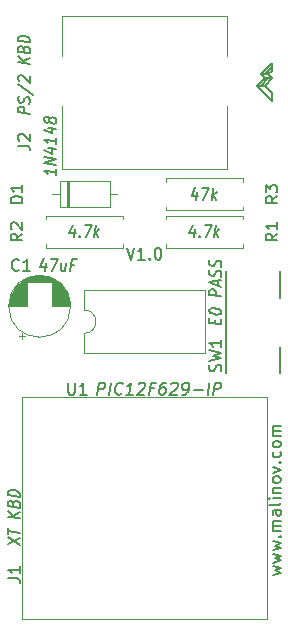
<source format=gbr>
%TF.GenerationSoftware,KiCad,Pcbnew,(6.0.2)*%
%TF.CreationDate,2025-12-01T11:41:35-08:00*%
%TF.ProjectId,ps2-xt,7073322d-7874-42e6-9b69-6361645f7063,rev?*%
%TF.SameCoordinates,Original*%
%TF.FileFunction,Legend,Top*%
%TF.FilePolarity,Positive*%
%FSLAX46Y46*%
G04 Gerber Fmt 4.6, Leading zero omitted, Abs format (unit mm)*
G04 Created by KiCad (PCBNEW (6.0.2)) date 2025-12-01 11:41:35*
%MOMM*%
%LPD*%
G01*
G04 APERTURE LIST*
%ADD10C,0.150000*%
%ADD11C,0.120000*%
G04 APERTURE END LIST*
D10*
X137223690Y-96924880D02*
X137557023Y-97924880D01*
X137890357Y-96924880D01*
X138747500Y-97924880D02*
X138176071Y-97924880D01*
X138461785Y-97924880D02*
X138461785Y-96924880D01*
X138366547Y-97067738D01*
X138271309Y-97162976D01*
X138176071Y-97210595D01*
X139176071Y-97829642D02*
X139223690Y-97877261D01*
X139176071Y-97924880D01*
X139128452Y-97877261D01*
X139176071Y-97829642D01*
X139176071Y-97924880D01*
X139842738Y-96924880D02*
X139937976Y-96924880D01*
X140033214Y-96972500D01*
X140080833Y-97020119D01*
X140128452Y-97115357D01*
X140176071Y-97305833D01*
X140176071Y-97543928D01*
X140128452Y-97734404D01*
X140080833Y-97829642D01*
X140033214Y-97877261D01*
X139937976Y-97924880D01*
X139842738Y-97924880D01*
X139747500Y-97877261D01*
X139699880Y-97829642D01*
X139652261Y-97734404D01*
X139604642Y-97543928D01*
X139604642Y-97305833D01*
X139652261Y-97115357D01*
X139699880Y-97020119D01*
X139747500Y-96972500D01*
X139842738Y-96924880D01*
X148590000Y-82232500D02*
X149542500Y-81280000D01*
X148590000Y-83185000D02*
X149225000Y-82550000D01*
X149542500Y-81915000D02*
X149225000Y-82232500D01*
X148272500Y-83185000D02*
X148907500Y-83185000D01*
X148907500Y-82550000D02*
X148590000Y-82232500D01*
X149225000Y-82232500D02*
X149542500Y-82550000D01*
X149542500Y-81280000D02*
X149542500Y-81915000D01*
X149542500Y-84455000D02*
X148272500Y-83185000D01*
X148907500Y-82550000D02*
X149542500Y-82550000D01*
X149542500Y-82550000D02*
X148907500Y-83185000D01*
X148272500Y-83185000D02*
X148907500Y-82550000D01*
X148907500Y-82232500D02*
X149542500Y-81597500D01*
X148907500Y-83185000D02*
X149542500Y-83820000D01*
X148590000Y-82232500D02*
X149225000Y-82232500D01*
X149542500Y-83820000D02*
X149542500Y-84455000D01*
X149594914Y-124619542D02*
X150261580Y-124429066D01*
X149785390Y-124238590D01*
X150261580Y-124048114D01*
X149594914Y-123857638D01*
X149594914Y-123571923D02*
X150261580Y-123381447D01*
X149785390Y-123190971D01*
X150261580Y-123000495D01*
X149594914Y-122810019D01*
X149594914Y-122524304D02*
X150261580Y-122333828D01*
X149785390Y-122143352D01*
X150261580Y-121952876D01*
X149594914Y-121762400D01*
X150166342Y-121381447D02*
X150213961Y-121333828D01*
X150261580Y-121381447D01*
X150213961Y-121429066D01*
X150166342Y-121381447D01*
X150261580Y-121381447D01*
X150261580Y-120905257D02*
X149594914Y-120905257D01*
X149690152Y-120905257D02*
X149642533Y-120857638D01*
X149594914Y-120762400D01*
X149594914Y-120619542D01*
X149642533Y-120524304D01*
X149737771Y-120476685D01*
X150261580Y-120476685D01*
X149737771Y-120476685D02*
X149642533Y-120429066D01*
X149594914Y-120333828D01*
X149594914Y-120190971D01*
X149642533Y-120095733D01*
X149737771Y-120048114D01*
X150261580Y-120048114D01*
X150261580Y-119143352D02*
X149737771Y-119143352D01*
X149642533Y-119190971D01*
X149594914Y-119286209D01*
X149594914Y-119476685D01*
X149642533Y-119571923D01*
X150213961Y-119143352D02*
X150261580Y-119238590D01*
X150261580Y-119476685D01*
X150213961Y-119571923D01*
X150118723Y-119619542D01*
X150023485Y-119619542D01*
X149928247Y-119571923D01*
X149880628Y-119476685D01*
X149880628Y-119238590D01*
X149833009Y-119143352D01*
X150261580Y-118524304D02*
X150213961Y-118619542D01*
X150118723Y-118667161D01*
X149261580Y-118667161D01*
X150261580Y-118143352D02*
X149594914Y-118143352D01*
X149261580Y-118143352D02*
X149309200Y-118190971D01*
X149356819Y-118143352D01*
X149309200Y-118095733D01*
X149261580Y-118143352D01*
X149356819Y-118143352D01*
X149594914Y-117667161D02*
X150261580Y-117667161D01*
X149690152Y-117667161D02*
X149642533Y-117619542D01*
X149594914Y-117524304D01*
X149594914Y-117381447D01*
X149642533Y-117286209D01*
X149737771Y-117238590D01*
X150261580Y-117238590D01*
X150261580Y-116619542D02*
X150213961Y-116714780D01*
X150166342Y-116762400D01*
X150071104Y-116810019D01*
X149785390Y-116810019D01*
X149690152Y-116762400D01*
X149642533Y-116714780D01*
X149594914Y-116619542D01*
X149594914Y-116476685D01*
X149642533Y-116381447D01*
X149690152Y-116333828D01*
X149785390Y-116286209D01*
X150071104Y-116286209D01*
X150166342Y-116333828D01*
X150213961Y-116381447D01*
X150261580Y-116476685D01*
X150261580Y-116619542D01*
X149594914Y-115952876D02*
X150261580Y-115714780D01*
X149594914Y-115476685D01*
X150166342Y-115095733D02*
X150213961Y-115048114D01*
X150261580Y-115095733D01*
X150213961Y-115143352D01*
X150166342Y-115095733D01*
X150261580Y-115095733D01*
X150213961Y-114190971D02*
X150261580Y-114286209D01*
X150261580Y-114476685D01*
X150213961Y-114571923D01*
X150166342Y-114619542D01*
X150071104Y-114667161D01*
X149785390Y-114667161D01*
X149690152Y-114619542D01*
X149642533Y-114571923D01*
X149594914Y-114476685D01*
X149594914Y-114286209D01*
X149642533Y-114190971D01*
X150261580Y-113619542D02*
X150213961Y-113714780D01*
X150166342Y-113762400D01*
X150071104Y-113810019D01*
X149785390Y-113810019D01*
X149690152Y-113762400D01*
X149642533Y-113714780D01*
X149594914Y-113619542D01*
X149594914Y-113476685D01*
X149642533Y-113381447D01*
X149690152Y-113333828D01*
X149785390Y-113286209D01*
X150071104Y-113286209D01*
X150166342Y-113333828D01*
X150213961Y-113381447D01*
X150261580Y-113476685D01*
X150261580Y-113619542D01*
X150261580Y-112857638D02*
X149594914Y-112857638D01*
X149690152Y-112857638D02*
X149642533Y-112810019D01*
X149594914Y-112714780D01*
X149594914Y-112571923D01*
X149642533Y-112476685D01*
X149737771Y-112429066D01*
X150261580Y-112429066D01*
X149737771Y-112429066D02*
X149642533Y-112381447D01*
X149594914Y-112286209D01*
X149594914Y-112143352D01*
X149642533Y-112048114D01*
X149737771Y-112000495D01*
X150261580Y-112000495D01*
%TO.C,J2*%
X128039880Y-88280833D02*
X128754166Y-88280833D01*
X128897023Y-88328452D01*
X128992261Y-88423690D01*
X129039880Y-88566547D01*
X129039880Y-88661785D01*
X128135119Y-87852261D02*
X128087500Y-87804642D01*
X128039880Y-87709404D01*
X128039880Y-87471309D01*
X128087500Y-87376071D01*
X128135119Y-87328452D01*
X128230357Y-87280833D01*
X128325595Y-87280833D01*
X128468452Y-87328452D01*
X129039880Y-87899880D01*
X129039880Y-87280833D01*
X129039880Y-85584315D02*
X128039880Y-85459315D01*
X128039880Y-85116458D01*
X128087500Y-85036696D01*
X128135119Y-84999791D01*
X128230357Y-84968839D01*
X128373214Y-84986696D01*
X128468452Y-85041458D01*
X128516071Y-85090267D01*
X128563690Y-85181934D01*
X128563690Y-85524791D01*
X128992261Y-84721220D02*
X129039880Y-84598601D01*
X129039880Y-84384315D01*
X128992261Y-84292648D01*
X128944642Y-84243839D01*
X128849404Y-84189077D01*
X128754166Y-84177172D01*
X128658928Y-84208125D01*
X128611309Y-84245029D01*
X128563690Y-84324791D01*
X128516071Y-84490267D01*
X128468452Y-84570029D01*
X128420833Y-84606934D01*
X128325595Y-84637886D01*
X128230357Y-84625982D01*
X128135119Y-84571220D01*
X128087500Y-84522410D01*
X128039880Y-84430744D01*
X128039880Y-84216458D01*
X128087500Y-84093839D01*
X127992261Y-83053363D02*
X129277976Y-83985505D01*
X128135119Y-82814077D02*
X128087500Y-82765267D01*
X128039880Y-82673601D01*
X128039880Y-82459315D01*
X128087500Y-82379553D01*
X128135119Y-82342648D01*
X128230357Y-82311696D01*
X128325595Y-82323601D01*
X128468452Y-82384315D01*
X129039880Y-82970029D01*
X129039880Y-82412886D01*
X129039880Y-81341458D02*
X128039880Y-81216458D01*
X129039880Y-80827172D02*
X128468452Y-81141458D01*
X128039880Y-80702172D02*
X128611309Y-81287886D01*
X128516071Y-80075982D02*
X128563690Y-79953363D01*
X128611309Y-79916458D01*
X128706547Y-79885505D01*
X128849404Y-79903363D01*
X128944642Y-79958125D01*
X128992261Y-80006934D01*
X129039880Y-80098601D01*
X129039880Y-80441458D01*
X128039880Y-80316458D01*
X128039880Y-80016458D01*
X128087500Y-79936696D01*
X128135119Y-79899791D01*
X128230357Y-79868839D01*
X128325595Y-79880744D01*
X128420833Y-79935505D01*
X128468452Y-79984315D01*
X128516071Y-80075982D01*
X128516071Y-80375982D01*
X129039880Y-79541458D02*
X128039880Y-79416458D01*
X128039880Y-79202172D01*
X128087500Y-79079553D01*
X128182738Y-79005744D01*
X128277976Y-78974791D01*
X128468452Y-78955744D01*
X128611309Y-78973601D01*
X128801785Y-79040267D01*
X128897023Y-79095029D01*
X128992261Y-79192648D01*
X129039880Y-79327172D01*
X129039880Y-79541458D01*
%TO.C,R3*%
X149994880Y-92559166D02*
X149518690Y-92892500D01*
X149994880Y-93130595D02*
X148994880Y-93130595D01*
X148994880Y-92749642D01*
X149042500Y-92654404D01*
X149090119Y-92606785D01*
X149185357Y-92559166D01*
X149328214Y-92559166D01*
X149423452Y-92606785D01*
X149471071Y-92654404D01*
X149518690Y-92749642D01*
X149518690Y-93130595D01*
X148994880Y-92225833D02*
X148994880Y-91606785D01*
X149375833Y-91940119D01*
X149375833Y-91797261D01*
X149423452Y-91702023D01*
X149471071Y-91654404D01*
X149566309Y-91606785D01*
X149804404Y-91606785D01*
X149899642Y-91654404D01*
X149947261Y-91702023D01*
X149994880Y-91797261D01*
X149994880Y-92082976D01*
X149947261Y-92178214D01*
X149899642Y-92225833D01*
X143194732Y-92178214D02*
X143111398Y-92844880D01*
X143028065Y-91797261D02*
X142724494Y-92511547D01*
X143281636Y-92511547D01*
X143622113Y-91844880D02*
X144222113Y-91844880D01*
X143711398Y-92844880D01*
X144439970Y-92844880D02*
X144564970Y-91844880D01*
X144573303Y-92463928D02*
X144782827Y-92844880D01*
X144866160Y-92178214D02*
X144475684Y-92559166D01*
%TO.C,C1*%
X128103333Y-98782142D02*
X128055714Y-98829761D01*
X127912857Y-98877380D01*
X127817619Y-98877380D01*
X127674761Y-98829761D01*
X127579523Y-98734523D01*
X127531904Y-98639285D01*
X127484285Y-98448809D01*
X127484285Y-98305952D01*
X127531904Y-98115476D01*
X127579523Y-98020238D01*
X127674761Y-97925000D01*
X127817619Y-97877380D01*
X127912857Y-97877380D01*
X128055714Y-97925000D01*
X128103333Y-97972619D01*
X129055714Y-98877380D02*
X128484285Y-98877380D01*
X128770000Y-98877380D02*
X128770000Y-97877380D01*
X128674761Y-98020238D01*
X128579523Y-98115476D01*
X128484285Y-98163095D01*
X130383660Y-98210714D02*
X130300327Y-98877380D01*
X130216994Y-97829761D02*
X129913422Y-98544047D01*
X130470565Y-98544047D01*
X130811041Y-97877380D02*
X131411041Y-97877380D01*
X130900327Y-98877380D01*
X132097946Y-98210714D02*
X132014613Y-98877380D01*
X131712232Y-98210714D02*
X131646755Y-98734523D01*
X131677708Y-98829761D01*
X131757470Y-98877380D01*
X131886041Y-98877380D01*
X131977708Y-98829761D01*
X132026517Y-98782142D01*
X132808660Y-98353571D02*
X132508660Y-98353571D01*
X132443184Y-98877380D02*
X132568184Y-97877380D01*
X132996755Y-97877380D01*
%TO.C,U1*%
X132270595Y-108354880D02*
X132270595Y-109164404D01*
X132318214Y-109259642D01*
X132365833Y-109307261D01*
X132461071Y-109354880D01*
X132651547Y-109354880D01*
X132746785Y-109307261D01*
X132794404Y-109259642D01*
X132842023Y-109164404D01*
X132842023Y-108354880D01*
X133842023Y-109354880D02*
X133270595Y-109354880D01*
X133556309Y-109354880D02*
X133556309Y-108354880D01*
X133461071Y-108497738D01*
X133365833Y-108592976D01*
X133270595Y-108640595D01*
X134756160Y-109354880D02*
X134881160Y-108354880D01*
X135262113Y-108354880D01*
X135351398Y-108402500D01*
X135393065Y-108450119D01*
X135428779Y-108545357D01*
X135410922Y-108688214D01*
X135351398Y-108783452D01*
X135297827Y-108831071D01*
X135196636Y-108878690D01*
X134815684Y-108878690D01*
X135756160Y-109354880D02*
X135881160Y-108354880D01*
X136815684Y-109259642D02*
X136762113Y-109307261D01*
X136613303Y-109354880D01*
X136518065Y-109354880D01*
X136381160Y-109307261D01*
X136297827Y-109212023D01*
X136262113Y-109116785D01*
X136238303Y-108926309D01*
X136256160Y-108783452D01*
X136327589Y-108592976D01*
X136387113Y-108497738D01*
X136494255Y-108402500D01*
X136643065Y-108354880D01*
X136738303Y-108354880D01*
X136875208Y-108402500D01*
X136916875Y-108450119D01*
X137756160Y-109354880D02*
X137184732Y-109354880D01*
X137470446Y-109354880D02*
X137595446Y-108354880D01*
X137482351Y-108497738D01*
X137375208Y-108592976D01*
X137274017Y-108640595D01*
X138250208Y-108450119D02*
X138303779Y-108402500D01*
X138404970Y-108354880D01*
X138643065Y-108354880D01*
X138732351Y-108402500D01*
X138774017Y-108450119D01*
X138809732Y-108545357D01*
X138797827Y-108640595D01*
X138732351Y-108783452D01*
X138089494Y-109354880D01*
X138708541Y-109354880D01*
X139535922Y-108831071D02*
X139202589Y-108831071D01*
X139137113Y-109354880D02*
X139262113Y-108354880D01*
X139738303Y-108354880D01*
X140547827Y-108354880D02*
X140357351Y-108354880D01*
X140256160Y-108402500D01*
X140202589Y-108450119D01*
X140089494Y-108592976D01*
X140018065Y-108783452D01*
X139970446Y-109164404D01*
X140006160Y-109259642D01*
X140047827Y-109307261D01*
X140137113Y-109354880D01*
X140327589Y-109354880D01*
X140428779Y-109307261D01*
X140482351Y-109259642D01*
X140541875Y-109164404D01*
X140571636Y-108926309D01*
X140535922Y-108831071D01*
X140494255Y-108783452D01*
X140404970Y-108735833D01*
X140214494Y-108735833D01*
X140113303Y-108783452D01*
X140059732Y-108831071D01*
X140000208Y-108926309D01*
X141012113Y-108450119D02*
X141065684Y-108402500D01*
X141166875Y-108354880D01*
X141404970Y-108354880D01*
X141494255Y-108402500D01*
X141535922Y-108450119D01*
X141571636Y-108545357D01*
X141559732Y-108640595D01*
X141494255Y-108783452D01*
X140851398Y-109354880D01*
X141470446Y-109354880D01*
X141946636Y-109354880D02*
X142137113Y-109354880D01*
X142238303Y-109307261D01*
X142291875Y-109259642D01*
X142404970Y-109116785D01*
X142476398Y-108926309D01*
X142524017Y-108545357D01*
X142488303Y-108450119D01*
X142446636Y-108402500D01*
X142357351Y-108354880D01*
X142166875Y-108354880D01*
X142065684Y-108402500D01*
X142012113Y-108450119D01*
X141952589Y-108545357D01*
X141922827Y-108783452D01*
X141958541Y-108878690D01*
X142000208Y-108926309D01*
X142089494Y-108973928D01*
X142279970Y-108973928D01*
X142381160Y-108926309D01*
X142434732Y-108878690D01*
X142494255Y-108783452D01*
X142899017Y-108973928D02*
X143660922Y-108973928D01*
X144089494Y-109354880D02*
X144214494Y-108354880D01*
X144565684Y-109354880D02*
X144690684Y-108354880D01*
X145071636Y-108354880D01*
X145160922Y-108402500D01*
X145202589Y-108450119D01*
X145238303Y-108545357D01*
X145220446Y-108688214D01*
X145160922Y-108783452D01*
X145107351Y-108831071D01*
X145006160Y-108878690D01*
X144625208Y-108878690D01*
%TO.C,D1*%
X128404880Y-93130595D02*
X127404880Y-93130595D01*
X127404880Y-92892500D01*
X127452500Y-92749642D01*
X127547738Y-92654404D01*
X127642976Y-92606785D01*
X127833452Y-92559166D01*
X127976309Y-92559166D01*
X128166785Y-92606785D01*
X128262023Y-92654404D01*
X128357261Y-92749642D01*
X128404880Y-92892500D01*
X128404880Y-93130595D01*
X128404880Y-91606785D02*
X128404880Y-92178214D01*
X128404880Y-91892500D02*
X127404880Y-91892500D01*
X127547738Y-91987738D01*
X127642976Y-92082976D01*
X127690595Y-92178214D01*
X131262380Y-90288244D02*
X131262380Y-90802529D01*
X131262380Y-90545386D02*
X130262380Y-90420386D01*
X130405238Y-90523958D01*
X130500476Y-90621577D01*
X130548095Y-90713244D01*
X131262380Y-89902529D02*
X130262380Y-89777529D01*
X131262380Y-89388244D01*
X130262380Y-89263244D01*
X130595714Y-88490625D02*
X131262380Y-88573958D01*
X130214761Y-88657291D02*
X130929047Y-88960863D01*
X130929047Y-88403720D01*
X131262380Y-87631101D02*
X131262380Y-88145386D01*
X131262380Y-87888244D02*
X130262380Y-87763244D01*
X130405238Y-87866815D01*
X130500476Y-87964434D01*
X130548095Y-88056101D01*
X130595714Y-86776339D02*
X131262380Y-86859672D01*
X130214761Y-86943005D02*
X130929047Y-87246577D01*
X130929047Y-86689434D01*
X130690952Y-86188244D02*
X130643333Y-86268005D01*
X130595714Y-86304910D01*
X130500476Y-86335863D01*
X130452857Y-86329910D01*
X130357619Y-86275148D01*
X130310000Y-86226339D01*
X130262380Y-86134672D01*
X130262380Y-85963244D01*
X130310000Y-85883482D01*
X130357619Y-85846577D01*
X130452857Y-85815625D01*
X130500476Y-85821577D01*
X130595714Y-85876339D01*
X130643333Y-85925148D01*
X130690952Y-86016815D01*
X130690952Y-86188244D01*
X130738571Y-86279910D01*
X130786190Y-86328720D01*
X130881428Y-86383482D01*
X131071904Y-86407291D01*
X131167142Y-86376339D01*
X131214761Y-86339434D01*
X131262380Y-86259672D01*
X131262380Y-86088244D01*
X131214761Y-85996577D01*
X131167142Y-85947767D01*
X131071904Y-85893005D01*
X130881428Y-85869196D01*
X130786190Y-85900148D01*
X130738571Y-85937053D01*
X130690952Y-86016815D01*
%TO.C,SW1*%
X145184761Y-107378333D02*
X145232380Y-107235476D01*
X145232380Y-106997380D01*
X145184761Y-106902142D01*
X145137142Y-106854523D01*
X145041904Y-106806904D01*
X144946666Y-106806904D01*
X144851428Y-106854523D01*
X144803809Y-106902142D01*
X144756190Y-106997380D01*
X144708571Y-107187857D01*
X144660952Y-107283095D01*
X144613333Y-107330714D01*
X144518095Y-107378333D01*
X144422857Y-107378333D01*
X144327619Y-107330714D01*
X144280000Y-107283095D01*
X144232380Y-107187857D01*
X144232380Y-106949761D01*
X144280000Y-106806904D01*
X144232380Y-106473571D02*
X145232380Y-106235476D01*
X144518095Y-106045000D01*
X145232380Y-105854523D01*
X144232380Y-105616428D01*
X145232380Y-104711666D02*
X145232380Y-105283095D01*
X145232380Y-104997380D02*
X144232380Y-104997380D01*
X144375238Y-105092619D01*
X144470476Y-105187857D01*
X144518095Y-105283095D01*
X144708571Y-103333839D02*
X144708571Y-103033839D01*
X145232380Y-102970744D02*
X145232380Y-103399315D01*
X144232380Y-103274315D01*
X144232380Y-102845744D01*
X144232380Y-102288601D02*
X144232380Y-102202886D01*
X144280000Y-102123125D01*
X144327619Y-102086220D01*
X144422857Y-102055267D01*
X144613333Y-102036220D01*
X144851428Y-102065982D01*
X145041904Y-102132648D01*
X145137142Y-102187410D01*
X145184761Y-102236220D01*
X145232380Y-102327886D01*
X145232380Y-102413601D01*
X145184761Y-102493363D01*
X145137142Y-102530267D01*
X145041904Y-102561220D01*
X144851428Y-102580267D01*
X144613333Y-102550505D01*
X144422857Y-102483839D01*
X144327619Y-102429077D01*
X144280000Y-102380267D01*
X144232380Y-102288601D01*
X145232380Y-101042172D02*
X144232380Y-100917172D01*
X144232380Y-100574315D01*
X144280000Y-100494553D01*
X144327619Y-100457648D01*
X144422857Y-100426696D01*
X144565714Y-100444553D01*
X144660952Y-100499315D01*
X144708571Y-100548125D01*
X144756190Y-100639791D01*
X144756190Y-100982648D01*
X144946666Y-100149315D02*
X144946666Y-99720744D01*
X145232380Y-100270744D02*
X144232380Y-99845744D01*
X145232380Y-99670744D01*
X145184761Y-99407648D02*
X145232380Y-99285029D01*
X145232380Y-99070744D01*
X145184761Y-98979077D01*
X145137142Y-98930267D01*
X145041904Y-98875505D01*
X144946666Y-98863601D01*
X144851428Y-98894553D01*
X144803809Y-98931458D01*
X144756190Y-99011220D01*
X144708571Y-99176696D01*
X144660952Y-99256458D01*
X144613333Y-99293363D01*
X144518095Y-99324315D01*
X144422857Y-99312410D01*
X144327619Y-99257648D01*
X144280000Y-99208839D01*
X144232380Y-99117172D01*
X144232380Y-98902886D01*
X144280000Y-98780267D01*
X145184761Y-98550505D02*
X145232380Y-98427886D01*
X145232380Y-98213601D01*
X145184761Y-98121934D01*
X145137142Y-98073125D01*
X145041904Y-98018363D01*
X144946666Y-98006458D01*
X144851428Y-98037410D01*
X144803809Y-98074315D01*
X144756190Y-98154077D01*
X144708571Y-98319553D01*
X144660952Y-98399315D01*
X144613333Y-98436220D01*
X144518095Y-98467172D01*
X144422857Y-98455267D01*
X144327619Y-98400505D01*
X144280000Y-98351696D01*
X144232380Y-98260029D01*
X144232380Y-98045744D01*
X144280000Y-97923125D01*
%TO.C,R1*%
X149994880Y-95734166D02*
X149518690Y-96067500D01*
X149994880Y-96305595D02*
X148994880Y-96305595D01*
X148994880Y-95924642D01*
X149042500Y-95829404D01*
X149090119Y-95781785D01*
X149185357Y-95734166D01*
X149328214Y-95734166D01*
X149423452Y-95781785D01*
X149471071Y-95829404D01*
X149518690Y-95924642D01*
X149518690Y-96305595D01*
X149994880Y-94781785D02*
X149994880Y-95353214D01*
X149994880Y-95067500D02*
X148994880Y-95067500D01*
X149137738Y-95162738D01*
X149232976Y-95257976D01*
X149280595Y-95353214D01*
X142980446Y-95353214D02*
X142897113Y-96019880D01*
X142813779Y-94972261D02*
X142510208Y-95686547D01*
X143067351Y-95686547D01*
X143380446Y-95924642D02*
X143417351Y-95972261D01*
X143368541Y-96019880D01*
X143331636Y-95972261D01*
X143380446Y-95924642D01*
X143368541Y-96019880D01*
X143836398Y-95019880D02*
X144436398Y-95019880D01*
X143925684Y-96019880D01*
X144654255Y-96019880D02*
X144779255Y-95019880D01*
X144787589Y-95638928D02*
X144997113Y-96019880D01*
X145080446Y-95353214D02*
X144689970Y-95734166D01*
%TO.C,J1*%
X127214380Y-124894933D02*
X127928666Y-124894933D01*
X128071523Y-124942552D01*
X128166761Y-125037790D01*
X128214380Y-125180647D01*
X128214380Y-125275885D01*
X128214380Y-123894933D02*
X128214380Y-124466361D01*
X128214380Y-124180647D02*
X127214380Y-124180647D01*
X127357238Y-124275885D01*
X127452476Y-124371123D01*
X127500095Y-124466361D01*
X127163580Y-122002886D02*
X128163580Y-121527886D01*
X127163580Y-121402886D02*
X128163580Y-122127886D01*
X127163580Y-121188601D02*
X127163580Y-120674315D01*
X128163580Y-121056458D02*
X127163580Y-120931458D01*
X128163580Y-119813601D02*
X127163580Y-119688601D01*
X128163580Y-119299315D02*
X127592152Y-119613601D01*
X127163580Y-119174315D02*
X127735009Y-119760029D01*
X127639771Y-118548125D02*
X127687390Y-118425505D01*
X127735009Y-118388601D01*
X127830247Y-118357648D01*
X127973104Y-118375505D01*
X128068342Y-118430267D01*
X128115961Y-118479077D01*
X128163580Y-118570744D01*
X128163580Y-118913601D01*
X127163580Y-118788601D01*
X127163580Y-118488601D01*
X127211200Y-118408839D01*
X127258819Y-118371934D01*
X127354057Y-118340982D01*
X127449295Y-118352886D01*
X127544533Y-118407648D01*
X127592152Y-118456458D01*
X127639771Y-118548125D01*
X127639771Y-118848125D01*
X128163580Y-118013601D02*
X127163580Y-117888601D01*
X127163580Y-117674315D01*
X127211200Y-117551696D01*
X127306438Y-117477886D01*
X127401676Y-117446934D01*
X127592152Y-117427886D01*
X127735009Y-117445744D01*
X127925485Y-117512410D01*
X128020723Y-117567172D01*
X128115961Y-117664791D01*
X128163580Y-117799315D01*
X128163580Y-118013601D01*
%TO.C,R2*%
X128404880Y-95734166D02*
X127928690Y-96067500D01*
X128404880Y-96305595D02*
X127404880Y-96305595D01*
X127404880Y-95924642D01*
X127452500Y-95829404D01*
X127500119Y-95781785D01*
X127595357Y-95734166D01*
X127738214Y-95734166D01*
X127833452Y-95781785D01*
X127881071Y-95829404D01*
X127928690Y-95924642D01*
X127928690Y-96305595D01*
X127500119Y-95353214D02*
X127452500Y-95305595D01*
X127404880Y-95210357D01*
X127404880Y-94972261D01*
X127452500Y-94877023D01*
X127500119Y-94829404D01*
X127595357Y-94781785D01*
X127690595Y-94781785D01*
X127833452Y-94829404D01*
X128404880Y-95400833D01*
X128404880Y-94781785D01*
X132820446Y-95353214D02*
X132737113Y-96019880D01*
X132653779Y-94972261D02*
X132350208Y-95686547D01*
X132907351Y-95686547D01*
X133220446Y-95924642D02*
X133257351Y-95972261D01*
X133208541Y-96019880D01*
X133171636Y-95972261D01*
X133220446Y-95924642D01*
X133208541Y-96019880D01*
X133676398Y-95019880D02*
X134276398Y-95019880D01*
X133765684Y-96019880D01*
X134494255Y-96019880D02*
X134619255Y-95019880D01*
X134627589Y-95638928D02*
X134837113Y-96019880D01*
X134920446Y-95353214D02*
X134529970Y-95734166D01*
D11*
%TO.C,J2*%
X145747500Y-90293280D02*
X131747500Y-90293280D01*
X145747500Y-90293280D02*
X145747500Y-84893280D01*
X131747500Y-77293280D02*
X131747500Y-80693280D01*
X131747500Y-77293280D02*
X145747500Y-77293280D01*
X131747500Y-90293280D02*
X131747500Y-84893280D01*
X145747500Y-77293280D02*
X145747500Y-80693280D01*
%TO.C,R3*%
X140557500Y-93762500D02*
X140557500Y-93432500D01*
X147097500Y-93432500D02*
X147097500Y-93762500D01*
X147097500Y-93762500D02*
X140557500Y-93762500D01*
X147097500Y-91352500D02*
X147097500Y-91022500D01*
X147097500Y-91022500D02*
X140557500Y-91022500D01*
X140557500Y-91022500D02*
X140557500Y-91352500D01*
%TO.C,C1*%
X127346500Y-101272612D02*
X128817500Y-101272612D01*
X127853500Y-100231612D02*
X128817500Y-100231612D01*
X130897500Y-100791612D02*
X132205500Y-100791612D01*
X127610500Y-100591612D02*
X128817500Y-100591612D01*
X127633500Y-100551612D02*
X128817500Y-100551612D01*
X128303500Y-99791612D02*
X131411500Y-99791612D01*
X129339500Y-99311612D02*
X130375500Y-99311612D01*
X127277500Y-101872612D02*
X128817500Y-101872612D01*
X127509500Y-100791612D02*
X128817500Y-100791612D01*
X130897500Y-100031612D02*
X131683500Y-100031612D01*
X127377500Y-101151612D02*
X128817500Y-101151612D01*
X130897500Y-100191612D02*
X131828500Y-100191612D01*
X127366500Y-101192612D02*
X128817500Y-101192612D01*
X128357500Y-99751612D02*
X131357500Y-99751612D01*
X130897500Y-101552612D02*
X132418500Y-101552612D01*
X130897500Y-100351612D02*
X131952500Y-100351612D01*
X130897500Y-100911612D02*
X132255500Y-100911612D01*
X130897500Y-100391612D02*
X131979500Y-100391612D01*
X128114500Y-99951612D02*
X128817500Y-99951612D01*
X130897500Y-100751612D02*
X132186500Y-100751612D01*
X127321500Y-101392612D02*
X128817500Y-101392612D01*
X128031500Y-100031612D02*
X128817500Y-100031612D01*
X130897500Y-101232612D02*
X132358500Y-101232612D01*
X130897500Y-99991612D02*
X131642500Y-99991612D01*
X130897500Y-101672612D02*
X132430500Y-101672612D01*
X130897500Y-101272612D02*
X132368500Y-101272612D01*
X130897500Y-100071612D02*
X131721500Y-100071612D01*
X130897500Y-101872612D02*
X132437500Y-101872612D01*
X130897500Y-100991612D02*
X132285500Y-100991612D01*
X130897500Y-101071612D02*
X132312500Y-101071612D01*
X130897500Y-101151612D02*
X132337500Y-101151612D01*
X130897500Y-100151612D02*
X131794500Y-100151612D01*
X130897500Y-100671612D02*
X132147500Y-100671612D01*
X128252500Y-99831612D02*
X131462500Y-99831612D01*
X130897500Y-101712612D02*
X132433500Y-101712612D01*
X130897500Y-100711612D02*
X132167500Y-100711612D01*
X127762500Y-100351612D02*
X128817500Y-100351612D01*
X127956500Y-100111612D02*
X128817500Y-100111612D01*
X130897500Y-101312612D02*
X132377500Y-101312612D01*
X130897500Y-99911612D02*
X131556500Y-99911612D01*
X127278500Y-101792612D02*
X128817500Y-101792612D01*
X128474500Y-99671612D02*
X131240500Y-99671612D01*
X130897500Y-101111612D02*
X132325500Y-101111612D01*
X130897500Y-100311612D02*
X131922500Y-100311612D01*
X127301500Y-101512612D02*
X128817500Y-101512612D01*
X130897500Y-100591612D02*
X132104500Y-100591612D01*
X127735500Y-100391612D02*
X128817500Y-100391612D01*
X127682500Y-100471612D02*
X128817500Y-100471612D01*
X130897500Y-100551612D02*
X132081500Y-100551612D01*
X130897500Y-100831612D02*
X132222500Y-100831612D01*
X130897500Y-100111612D02*
X131758500Y-100111612D01*
X128072500Y-99991612D02*
X128817500Y-99991612D01*
X128414500Y-99711612D02*
X131300500Y-99711612D01*
X130897500Y-101192612D02*
X132348500Y-101192612D01*
X130897500Y-101792612D02*
X132436500Y-101792612D01*
X130897500Y-100271612D02*
X131892500Y-100271612D01*
X127459500Y-100911612D02*
X128817500Y-100911612D01*
X127402500Y-101071612D02*
X128817500Y-101071612D01*
X130897500Y-101392612D02*
X132393500Y-101392612D01*
X128132500Y-104427387D02*
X128632500Y-104427387D01*
X130897500Y-101031612D02*
X132299500Y-101031612D01*
X127281500Y-101712612D02*
X128817500Y-101712612D01*
X128759500Y-99511612D02*
X130955500Y-99511612D01*
X128679500Y-99551612D02*
X131035500Y-99551612D01*
X130897500Y-101752612D02*
X132435500Y-101752612D01*
X127886500Y-100191612D02*
X128817500Y-100191612D01*
X127443500Y-100951612D02*
X128817500Y-100951612D01*
X127708500Y-100431612D02*
X128817500Y-100431612D01*
X130897500Y-101592612D02*
X132422500Y-101592612D01*
X127547500Y-100711612D02*
X128817500Y-100711612D01*
X127528500Y-100751612D02*
X128817500Y-100751612D01*
X130897500Y-100431612D02*
X132006500Y-100431612D01*
X129052500Y-99391612D02*
X130662500Y-99391612D01*
X127307500Y-101472612D02*
X128817500Y-101472612D01*
X128538500Y-99631612D02*
X131176500Y-99631612D01*
X127589500Y-100631612D02*
X128817500Y-100631612D01*
X127356500Y-101232612D02*
X128817500Y-101232612D01*
X129573500Y-99271612D02*
X130141500Y-99271612D01*
X127492500Y-100831612D02*
X128817500Y-100831612D01*
X130897500Y-100471612D02*
X132032500Y-100471612D01*
X130897500Y-101352612D02*
X132385500Y-101352612D01*
X129180500Y-99351612D02*
X130534500Y-99351612D01*
X130897500Y-101632612D02*
X132426500Y-101632612D01*
X127337500Y-101312612D02*
X128817500Y-101312612D01*
X127292500Y-101592612D02*
X128817500Y-101592612D01*
X127792500Y-100311612D02*
X128817500Y-100311612D01*
X127314500Y-101432612D02*
X128817500Y-101432612D01*
X128204500Y-99871612D02*
X128817500Y-99871612D01*
X127993500Y-100071612D02*
X128817500Y-100071612D01*
X130897500Y-100511612D02*
X132057500Y-100511612D01*
X127475500Y-100871612D02*
X128817500Y-100871612D01*
X128846500Y-99471612D02*
X130868500Y-99471612D01*
X127288500Y-101632612D02*
X128817500Y-101632612D01*
X127429500Y-100991612D02*
X128817500Y-100991612D01*
X130897500Y-100231612D02*
X131861500Y-100231612D01*
X128158500Y-99911612D02*
X128817500Y-99911612D01*
X130897500Y-101832612D02*
X132437500Y-101832612D01*
X128606500Y-99591612D02*
X131108500Y-99591612D01*
X128382500Y-104677387D02*
X128382500Y-104177387D01*
X127567500Y-100671612D02*
X128817500Y-100671612D01*
X130897500Y-99871612D02*
X131510500Y-99871612D01*
X128942500Y-99431612D02*
X130772500Y-99431612D01*
X127822500Y-100271612D02*
X128817500Y-100271612D01*
X130897500Y-100951612D02*
X132271500Y-100951612D01*
X127277500Y-101832612D02*
X128817500Y-101832612D01*
X130897500Y-99951612D02*
X131600500Y-99951612D01*
X127389500Y-101111612D02*
X128817500Y-101111612D01*
X130897500Y-100871612D02*
X132239500Y-100871612D01*
X130897500Y-101512612D02*
X132413500Y-101512612D01*
X127279500Y-101752612D02*
X128817500Y-101752612D01*
X130897500Y-101472612D02*
X132407500Y-101472612D01*
X127657500Y-100511612D02*
X128817500Y-100511612D01*
X127329500Y-101352612D02*
X128817500Y-101352612D01*
X127415500Y-101031612D02*
X128817500Y-101031612D01*
X130897500Y-100631612D02*
X132125500Y-100631612D01*
X127284500Y-101672612D02*
X128817500Y-101672612D01*
X130897500Y-101432612D02*
X132400500Y-101432612D01*
X127296500Y-101552612D02*
X128817500Y-101552612D01*
X127920500Y-100151612D02*
X128817500Y-100151612D01*
X132477500Y-101872612D02*
G75*
G03*
X132477500Y-101872612I-2620000J0D01*
G01*
%TO.C,U1*%
X133617500Y-100527500D02*
X133617500Y-102177500D01*
X143897500Y-105827500D02*
X143897500Y-100527500D01*
X143897500Y-100527500D02*
X133617500Y-100527500D01*
X133617500Y-104177500D02*
X133617500Y-105827500D01*
X133617500Y-105827500D02*
X143897500Y-105827500D01*
X133617500Y-104177500D02*
G75*
G03*
X133617500Y-102177500I0J1000000D01*
G01*
%TO.C,D1*%
X132147500Y-91272500D02*
X132147500Y-93512500D01*
X131547500Y-93512500D02*
X135787500Y-93512500D01*
X132387500Y-91272500D02*
X132387500Y-93512500D01*
X135787500Y-93512500D02*
X135787500Y-91272500D01*
X135787500Y-91272500D02*
X131547500Y-91272500D01*
X131547500Y-91272500D02*
X131547500Y-93512500D01*
X132267500Y-91272500D02*
X132267500Y-93512500D01*
X136437500Y-92392500D02*
X135787500Y-92392500D01*
X130897500Y-92392500D02*
X131547500Y-92392500D01*
D10*
%TO.C,SW1*%
X145655000Y-107487500D02*
X145655000Y-98887500D01*
X150255000Y-101187500D02*
X150255000Y-98887500D01*
X150255000Y-107487500D02*
X150255000Y-105287500D01*
D11*
%TO.C,R1*%
X147097500Y-94197500D02*
X140557500Y-94197500D01*
X147097500Y-94527500D02*
X147097500Y-94197500D01*
X140557500Y-94197500D02*
X140557500Y-94527500D01*
X147097500Y-96937500D02*
X140557500Y-96937500D01*
X147097500Y-96607500D02*
X147097500Y-96937500D01*
X140557500Y-96937500D02*
X140557500Y-96607500D01*
%TO.C,J1*%
X149097500Y-109567500D02*
X149097500Y-128367500D01*
X128397500Y-109567500D02*
X149097500Y-109567500D01*
X128397500Y-128367500D02*
X128397500Y-109567500D01*
X149097500Y-128367500D02*
X128397500Y-128367500D01*
%TO.C,R2*%
X130397500Y-96937500D02*
X136937500Y-96937500D01*
X130397500Y-96607500D02*
X130397500Y-96937500D01*
X136937500Y-96937500D02*
X136937500Y-96607500D01*
X130397500Y-94527500D02*
X130397500Y-94197500D01*
X136937500Y-94197500D02*
X136937500Y-94527500D01*
X130397500Y-94197500D02*
X136937500Y-94197500D01*
%TD*%
M02*

</source>
